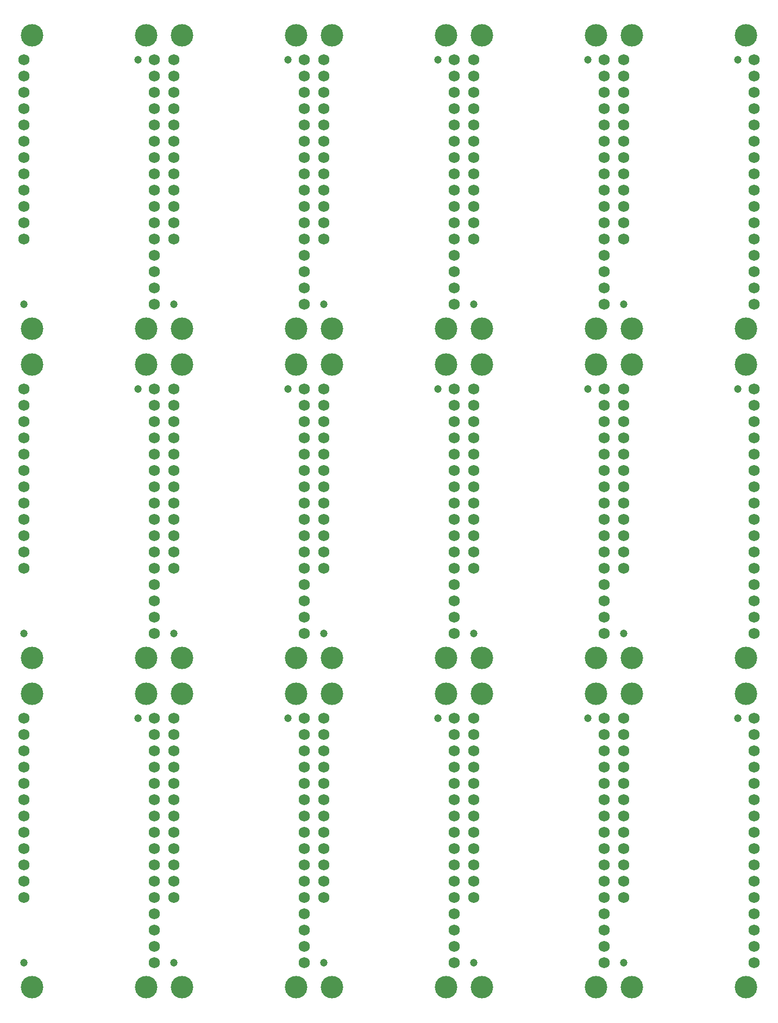
<source format=gbs>
G75*
%MOIN*%
%OFA0B0*%
%FSLAX25Y25*%
%IPPOS*%
%LPD*%
%AMOC8*
5,1,8,0,0,1.08239X$1,22.5*
%
%ADD10C,0.06800*%
%ADD11C,0.13800*%
%ADD12C,0.04737*%
D10*
X0053342Y0093750D03*
X0053342Y0103750D03*
X0053342Y0113750D03*
X0053342Y0123750D03*
X0053342Y0133750D03*
X0053342Y0143750D03*
X0053342Y0153750D03*
X0053342Y0163750D03*
X0053342Y0173750D03*
X0053342Y0183750D03*
X0053342Y0193750D03*
X0053342Y0203750D03*
X0133342Y0203750D03*
X0133342Y0193750D03*
X0133342Y0183750D03*
X0133342Y0173750D03*
X0133342Y0163750D03*
X0133342Y0153750D03*
X0133342Y0143750D03*
X0133342Y0133750D03*
X0133342Y0123750D03*
X0133342Y0113750D03*
X0133342Y0103750D03*
X0133342Y0093750D03*
X0133342Y0083750D03*
X0133342Y0073750D03*
X0133342Y0063750D03*
X0133342Y0053750D03*
X0145342Y0093750D03*
X0145342Y0103750D03*
X0145342Y0113750D03*
X0145342Y0123750D03*
X0145342Y0133750D03*
X0145342Y0143750D03*
X0145342Y0153750D03*
X0145342Y0163750D03*
X0145342Y0173750D03*
X0145342Y0183750D03*
X0145342Y0193750D03*
X0145342Y0203750D03*
X0133342Y0255750D03*
X0133342Y0265750D03*
X0133342Y0275750D03*
X0133342Y0285750D03*
X0133342Y0295750D03*
X0133342Y0305750D03*
X0133342Y0315750D03*
X0133342Y0325750D03*
X0133342Y0335750D03*
X0133342Y0345750D03*
X0133342Y0355750D03*
X0133342Y0365750D03*
X0133342Y0375750D03*
X0133342Y0385750D03*
X0133342Y0395750D03*
X0133342Y0405750D03*
X0145342Y0405750D03*
X0145342Y0395750D03*
X0145342Y0385750D03*
X0145342Y0375750D03*
X0145342Y0365750D03*
X0145342Y0355750D03*
X0145342Y0345750D03*
X0145342Y0335750D03*
X0145342Y0325750D03*
X0145342Y0315750D03*
X0145342Y0305750D03*
X0145342Y0295750D03*
X0225342Y0295750D03*
X0225342Y0305750D03*
X0225342Y0315750D03*
X0225342Y0325750D03*
X0225342Y0335750D03*
X0225342Y0345750D03*
X0225342Y0355750D03*
X0225342Y0365750D03*
X0225342Y0375750D03*
X0225342Y0385750D03*
X0225342Y0395750D03*
X0225342Y0405750D03*
X0237342Y0405750D03*
X0237342Y0395750D03*
X0237342Y0385750D03*
X0237342Y0375750D03*
X0237342Y0365750D03*
X0237342Y0355750D03*
X0237342Y0345750D03*
X0237342Y0335750D03*
X0237342Y0325750D03*
X0237342Y0315750D03*
X0237342Y0305750D03*
X0237342Y0295750D03*
X0225342Y0285750D03*
X0225342Y0275750D03*
X0225342Y0265750D03*
X0225342Y0255750D03*
X0225342Y0203750D03*
X0225342Y0193750D03*
X0225342Y0183750D03*
X0225342Y0173750D03*
X0225342Y0163750D03*
X0225342Y0153750D03*
X0225342Y0143750D03*
X0225342Y0133750D03*
X0225342Y0123750D03*
X0225342Y0113750D03*
X0225342Y0103750D03*
X0225342Y0093750D03*
X0225342Y0083750D03*
X0225342Y0073750D03*
X0225342Y0063750D03*
X0225342Y0053750D03*
X0237342Y0093750D03*
X0237342Y0103750D03*
X0237342Y0113750D03*
X0237342Y0123750D03*
X0237342Y0133750D03*
X0237342Y0143750D03*
X0237342Y0153750D03*
X0237342Y0163750D03*
X0237342Y0173750D03*
X0237342Y0183750D03*
X0237342Y0193750D03*
X0237342Y0203750D03*
X0317342Y0203750D03*
X0317342Y0193750D03*
X0317342Y0183750D03*
X0317342Y0173750D03*
X0317342Y0163750D03*
X0317342Y0153750D03*
X0317342Y0143750D03*
X0317342Y0133750D03*
X0317342Y0123750D03*
X0317342Y0113750D03*
X0317342Y0103750D03*
X0317342Y0093750D03*
X0317342Y0083750D03*
X0317342Y0073750D03*
X0317342Y0063750D03*
X0317342Y0053750D03*
X0329342Y0093750D03*
X0329342Y0103750D03*
X0329342Y0113750D03*
X0329342Y0123750D03*
X0329342Y0133750D03*
X0329342Y0143750D03*
X0329342Y0153750D03*
X0329342Y0163750D03*
X0329342Y0173750D03*
X0329342Y0183750D03*
X0329342Y0193750D03*
X0329342Y0203750D03*
X0317342Y0255750D03*
X0317342Y0265750D03*
X0317342Y0275750D03*
X0317342Y0285750D03*
X0317342Y0295750D03*
X0317342Y0305750D03*
X0317342Y0315750D03*
X0317342Y0325750D03*
X0317342Y0335750D03*
X0317342Y0345750D03*
X0317342Y0355750D03*
X0317342Y0365750D03*
X0317342Y0375750D03*
X0317342Y0385750D03*
X0317342Y0395750D03*
X0317342Y0405750D03*
X0329342Y0405750D03*
X0329342Y0395750D03*
X0329342Y0385750D03*
X0329342Y0375750D03*
X0329342Y0365750D03*
X0329342Y0355750D03*
X0329342Y0345750D03*
X0329342Y0335750D03*
X0329342Y0325750D03*
X0329342Y0315750D03*
X0329342Y0305750D03*
X0329342Y0295750D03*
X0409342Y0295750D03*
X0409342Y0305750D03*
X0409342Y0315750D03*
X0409342Y0325750D03*
X0409342Y0335750D03*
X0409342Y0345750D03*
X0409342Y0355750D03*
X0409342Y0365750D03*
X0409342Y0375750D03*
X0409342Y0385750D03*
X0409342Y0395750D03*
X0409342Y0405750D03*
X0421342Y0405750D03*
X0421342Y0395750D03*
X0421342Y0385750D03*
X0421342Y0375750D03*
X0421342Y0365750D03*
X0421342Y0355750D03*
X0421342Y0345750D03*
X0421342Y0335750D03*
X0421342Y0325750D03*
X0421342Y0315750D03*
X0421342Y0305750D03*
X0421342Y0295750D03*
X0409342Y0285750D03*
X0409342Y0275750D03*
X0409342Y0265750D03*
X0409342Y0255750D03*
X0409342Y0203750D03*
X0409342Y0193750D03*
X0409342Y0183750D03*
X0409342Y0173750D03*
X0409342Y0163750D03*
X0409342Y0153750D03*
X0409342Y0143750D03*
X0409342Y0133750D03*
X0409342Y0123750D03*
X0409342Y0113750D03*
X0409342Y0103750D03*
X0409342Y0093750D03*
X0409342Y0083750D03*
X0409342Y0073750D03*
X0409342Y0063750D03*
X0409342Y0053750D03*
X0421342Y0093750D03*
X0421342Y0103750D03*
X0421342Y0113750D03*
X0421342Y0123750D03*
X0421342Y0133750D03*
X0421342Y0143750D03*
X0421342Y0153750D03*
X0421342Y0163750D03*
X0421342Y0173750D03*
X0421342Y0183750D03*
X0421342Y0193750D03*
X0421342Y0203750D03*
X0501342Y0203750D03*
X0501342Y0193750D03*
X0501342Y0183750D03*
X0501342Y0173750D03*
X0501342Y0163750D03*
X0501342Y0153750D03*
X0501342Y0143750D03*
X0501342Y0133750D03*
X0501342Y0123750D03*
X0501342Y0113750D03*
X0501342Y0103750D03*
X0501342Y0093750D03*
X0501342Y0083750D03*
X0501342Y0073750D03*
X0501342Y0063750D03*
X0501342Y0053750D03*
X0501342Y0255750D03*
X0501342Y0265750D03*
X0501342Y0275750D03*
X0501342Y0285750D03*
X0501342Y0295750D03*
X0501342Y0305750D03*
X0501342Y0315750D03*
X0501342Y0325750D03*
X0501342Y0335750D03*
X0501342Y0345750D03*
X0501342Y0355750D03*
X0501342Y0365750D03*
X0501342Y0375750D03*
X0501342Y0385750D03*
X0501342Y0395750D03*
X0501342Y0405750D03*
X0501342Y0457750D03*
X0501342Y0467750D03*
X0501342Y0477750D03*
X0501342Y0487750D03*
X0501342Y0497750D03*
X0501342Y0507750D03*
X0501342Y0517750D03*
X0501342Y0527750D03*
X0501342Y0537750D03*
X0501342Y0547750D03*
X0501342Y0557750D03*
X0501342Y0567750D03*
X0501342Y0577750D03*
X0501342Y0587750D03*
X0501342Y0597750D03*
X0501342Y0607750D03*
X0421342Y0607750D03*
X0421342Y0597750D03*
X0421342Y0587750D03*
X0421342Y0577750D03*
X0421342Y0567750D03*
X0421342Y0557750D03*
X0421342Y0547750D03*
X0421342Y0537750D03*
X0421342Y0527750D03*
X0421342Y0517750D03*
X0421342Y0507750D03*
X0421342Y0497750D03*
X0409342Y0497750D03*
X0409342Y0487750D03*
X0409342Y0477750D03*
X0409342Y0467750D03*
X0409342Y0457750D03*
X0409342Y0507750D03*
X0409342Y0517750D03*
X0409342Y0527750D03*
X0409342Y0537750D03*
X0409342Y0547750D03*
X0409342Y0557750D03*
X0409342Y0567750D03*
X0409342Y0577750D03*
X0409342Y0587750D03*
X0409342Y0597750D03*
X0409342Y0607750D03*
X0329342Y0607750D03*
X0329342Y0597750D03*
X0329342Y0587750D03*
X0329342Y0577750D03*
X0329342Y0567750D03*
X0329342Y0557750D03*
X0329342Y0547750D03*
X0329342Y0537750D03*
X0329342Y0527750D03*
X0329342Y0517750D03*
X0329342Y0507750D03*
X0329342Y0497750D03*
X0317342Y0497750D03*
X0317342Y0487750D03*
X0317342Y0477750D03*
X0317342Y0467750D03*
X0317342Y0457750D03*
X0317342Y0507750D03*
X0317342Y0517750D03*
X0317342Y0527750D03*
X0317342Y0537750D03*
X0317342Y0547750D03*
X0317342Y0557750D03*
X0317342Y0567750D03*
X0317342Y0577750D03*
X0317342Y0587750D03*
X0317342Y0597750D03*
X0317342Y0607750D03*
X0237342Y0607750D03*
X0237342Y0597750D03*
X0237342Y0587750D03*
X0237342Y0577750D03*
X0237342Y0567750D03*
X0237342Y0557750D03*
X0237342Y0547750D03*
X0237342Y0537750D03*
X0237342Y0527750D03*
X0237342Y0517750D03*
X0237342Y0507750D03*
X0237342Y0497750D03*
X0225342Y0497750D03*
X0225342Y0487750D03*
X0225342Y0477750D03*
X0225342Y0467750D03*
X0225342Y0457750D03*
X0225342Y0507750D03*
X0225342Y0517750D03*
X0225342Y0527750D03*
X0225342Y0537750D03*
X0225342Y0547750D03*
X0225342Y0557750D03*
X0225342Y0567750D03*
X0225342Y0577750D03*
X0225342Y0587750D03*
X0225342Y0597750D03*
X0225342Y0607750D03*
X0145342Y0607750D03*
X0145342Y0597750D03*
X0145342Y0587750D03*
X0145342Y0577750D03*
X0145342Y0567750D03*
X0145342Y0557750D03*
X0145342Y0547750D03*
X0145342Y0537750D03*
X0145342Y0527750D03*
X0145342Y0517750D03*
X0145342Y0507750D03*
X0145342Y0497750D03*
X0133342Y0497750D03*
X0133342Y0487750D03*
X0133342Y0477750D03*
X0133342Y0467750D03*
X0133342Y0457750D03*
X0133342Y0507750D03*
X0133342Y0517750D03*
X0133342Y0527750D03*
X0133342Y0537750D03*
X0133342Y0547750D03*
X0133342Y0557750D03*
X0133342Y0567750D03*
X0133342Y0577750D03*
X0133342Y0587750D03*
X0133342Y0597750D03*
X0133342Y0607750D03*
X0053342Y0607750D03*
X0053342Y0597750D03*
X0053342Y0587750D03*
X0053342Y0577750D03*
X0053342Y0567750D03*
X0053342Y0557750D03*
X0053342Y0547750D03*
X0053342Y0537750D03*
X0053342Y0527750D03*
X0053342Y0517750D03*
X0053342Y0507750D03*
X0053342Y0497750D03*
X0053342Y0405750D03*
X0053342Y0395750D03*
X0053342Y0385750D03*
X0053342Y0375750D03*
X0053342Y0365750D03*
X0053342Y0355750D03*
X0053342Y0345750D03*
X0053342Y0335750D03*
X0053342Y0325750D03*
X0053342Y0315750D03*
X0053342Y0305750D03*
X0053342Y0295750D03*
D11*
X0058342Y0240750D03*
X0058342Y0218750D03*
X0128342Y0218750D03*
X0150342Y0218750D03*
X0150342Y0240750D03*
X0128342Y0240750D03*
X0220342Y0240750D03*
X0242342Y0240750D03*
X0242342Y0218750D03*
X0220342Y0218750D03*
X0312342Y0218750D03*
X0334342Y0218750D03*
X0334342Y0240750D03*
X0312342Y0240750D03*
X0404342Y0240750D03*
X0426342Y0240750D03*
X0426342Y0218750D03*
X0404342Y0218750D03*
X0496342Y0218750D03*
X0496342Y0240750D03*
X0496342Y0420750D03*
X0496342Y0442750D03*
X0426342Y0442750D03*
X0404342Y0442750D03*
X0404342Y0420750D03*
X0426342Y0420750D03*
X0334342Y0420750D03*
X0312342Y0420750D03*
X0312342Y0442750D03*
X0334342Y0442750D03*
X0242342Y0442750D03*
X0220342Y0442750D03*
X0220342Y0420750D03*
X0242342Y0420750D03*
X0150342Y0420750D03*
X0128342Y0420750D03*
X0128342Y0442750D03*
X0150342Y0442750D03*
X0058342Y0442750D03*
X0058342Y0420750D03*
X0058342Y0622750D03*
X0128342Y0622750D03*
X0150342Y0622750D03*
X0220342Y0622750D03*
X0242342Y0622750D03*
X0312342Y0622750D03*
X0334342Y0622750D03*
X0404342Y0622750D03*
X0426342Y0622750D03*
X0496342Y0622750D03*
X0496342Y0038750D03*
X0426342Y0038750D03*
X0404342Y0038750D03*
X0334342Y0038750D03*
X0312342Y0038750D03*
X0242342Y0038750D03*
X0220342Y0038750D03*
X0150342Y0038750D03*
X0128342Y0038750D03*
X0058342Y0038750D03*
D12*
X0053342Y0053750D03*
X0145342Y0053750D03*
X0237342Y0053750D03*
X0329342Y0053750D03*
X0421342Y0053750D03*
X0399342Y0203750D03*
X0421342Y0255750D03*
X0491342Y0203750D03*
X0329342Y0255750D03*
X0307342Y0203750D03*
X0237342Y0255750D03*
X0215342Y0203750D03*
X0145342Y0255750D03*
X0123342Y0203750D03*
X0053342Y0255750D03*
X0123342Y0405750D03*
X0145342Y0457750D03*
X0215342Y0405750D03*
X0237342Y0457750D03*
X0307342Y0405750D03*
X0329342Y0457750D03*
X0399342Y0405750D03*
X0421342Y0457750D03*
X0491342Y0405750D03*
X0491342Y0607750D03*
X0399342Y0607750D03*
X0307342Y0607750D03*
X0215342Y0607750D03*
X0123342Y0607750D03*
X0053342Y0457750D03*
M02*

</source>
